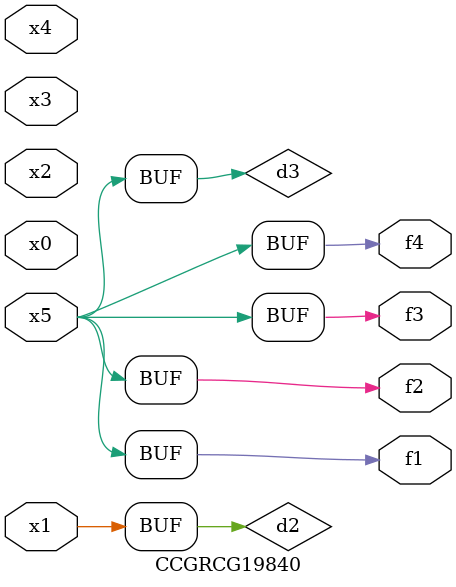
<source format=v>
module CCGRCG19840(
	input x0, x1, x2, x3, x4, x5,
	output f1, f2, f3, f4
);

	wire d1, d2, d3;

	not (d1, x5);
	or (d2, x1);
	xnor (d3, d1);
	assign f1 = d3;
	assign f2 = d3;
	assign f3 = d3;
	assign f4 = d3;
endmodule

</source>
